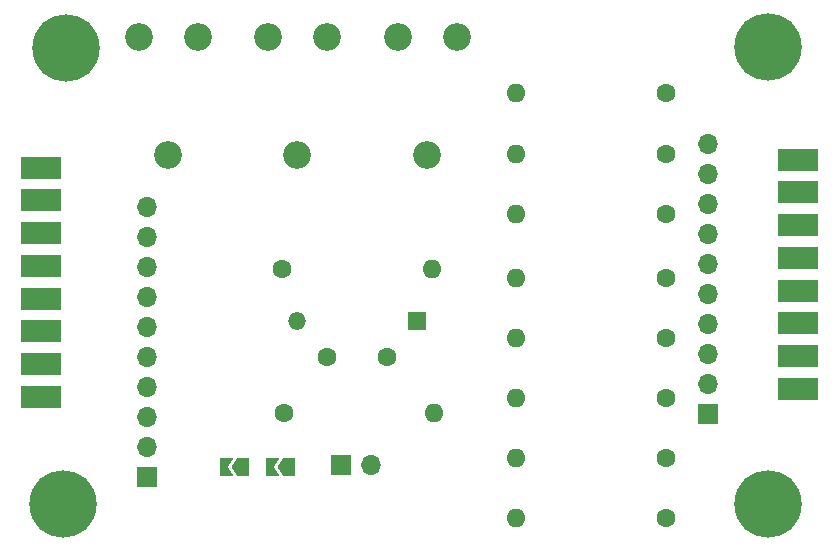
<source format=gbr>
%TF.GenerationSoftware,KiCad,Pcbnew,7.0.8*%
%TF.CreationDate,2026-01-30T16:34:38+01:00*%
%TF.ProjectId,taxanRGB,74617861-6e52-4474-922e-6b696361645f,rev?*%
%TF.SameCoordinates,Original*%
%TF.FileFunction,Soldermask,Top*%
%TF.FilePolarity,Negative*%
%FSLAX46Y46*%
G04 Gerber Fmt 4.6, Leading zero omitted, Abs format (unit mm)*
G04 Created by KiCad (PCBNEW 7.0.8) date 2026-01-30 16:34:38*
%MOMM*%
%LPD*%
G01*
G04 APERTURE LIST*
G04 Aperture macros list*
%AMFreePoly0*
4,1,6,1.000000,0.000000,0.500000,-0.750000,-0.500000,-0.750000,-0.500000,0.750000,0.500000,0.750000,1.000000,0.000000,1.000000,0.000000,$1*%
%AMFreePoly1*
4,1,6,0.500000,-0.750000,-0.650000,-0.750000,-0.150000,0.000000,-0.650000,0.750000,0.500000,0.750000,0.500000,-0.750000,0.500000,-0.750000,$1*%
G04 Aperture macros list end*
%ADD10C,2.340000*%
%ADD11R,3.480000X1.846667*%
%ADD12C,1.600000*%
%ADD13O,1.600000X1.600000*%
%ADD14C,5.700000*%
%ADD15R,1.500000X1.500000*%
%ADD16O,1.500000X1.500000*%
%ADD17FreePoly0,180.000000*%
%ADD18FreePoly1,180.000000*%
%ADD19R,1.700000X1.700000*%
%ADD20O,1.700000X1.700000*%
G04 APERTURE END LIST*
D10*
%TO.C,AB1*%
X65151000Y-22686000D03*
X67651000Y-32686000D03*
X70151000Y-22686000D03*
%TD*%
%TO.C,AG1*%
X54182000Y-22686000D03*
X56682000Y-32686000D03*
X59182000Y-22686000D03*
%TD*%
%TO.C,AR1*%
X43260000Y-22686000D03*
X45760000Y-32686000D03*
X48260000Y-22686000D03*
%TD*%
D11*
%TO.C,J2*%
X34925000Y-53131805D03*
X34925000Y-50361805D03*
X34925000Y-47591805D03*
X34925000Y-44821805D03*
X34925000Y-42051805D03*
X34925000Y-39281805D03*
X34925000Y-36511805D03*
X34925000Y-33741805D03*
%TD*%
D12*
%TO.C,C1*%
X64222000Y-49784000D03*
X59222000Y-49784000D03*
%TD*%
%TO.C,R1*%
X55372000Y-42291000D03*
D13*
X68072000Y-42291000D03*
%TD*%
D12*
%TO.C,R6*%
X87884000Y-43053000D03*
D13*
X75184000Y-43053000D03*
%TD*%
D14*
%TO.C,REF\u002A\u002A*%
X96520000Y-23495000D03*
%TD*%
%TO.C,REF\u002A\u002A*%
X96520000Y-62230000D03*
%TD*%
D15*
%TO.C,D1*%
X66802000Y-46736000D03*
D16*
X56642000Y-46736000D03*
%TD*%
D17*
%TO.C,JP2*%
X52070000Y-59055000D03*
D18*
X50620000Y-59055000D03*
%TD*%
D11*
%TO.C,J1*%
X99060000Y-33056000D03*
X99060000Y-35826000D03*
X99060000Y-38596000D03*
X99060000Y-41366000D03*
X99060000Y-44136000D03*
X99060000Y-46906000D03*
X99060000Y-49676000D03*
X99060000Y-52446000D03*
%TD*%
D12*
%TO.C,R3*%
X87884000Y-58293000D03*
D13*
X75184000Y-58293000D03*
%TD*%
D12*
%TO.C,R5*%
X87884000Y-37639805D03*
D13*
X75184000Y-37639805D03*
%TD*%
D12*
%TO.C,R10*%
X55499000Y-54483000D03*
D13*
X68199000Y-54483000D03*
%TD*%
D19*
%TO.C,J5*%
X60325000Y-58928000D03*
D20*
X62865000Y-58928000D03*
%TD*%
D12*
%TO.C,R7*%
X87884000Y-27432000D03*
D13*
X75184000Y-27432000D03*
%TD*%
D14*
%TO.C,REF\u002A\u002A*%
X37084000Y-23622000D03*
%TD*%
D19*
%TO.C,J3*%
X43942000Y-59944000D03*
D20*
X43942000Y-57404000D03*
X43942000Y-54864000D03*
X43942000Y-52324000D03*
X43942000Y-49784000D03*
X43942000Y-47244000D03*
X43942000Y-44704000D03*
X43942000Y-42164000D03*
X43942000Y-39624000D03*
X43942000Y-37084000D03*
%TD*%
D12*
%TO.C,R4*%
X87884000Y-32559805D03*
D13*
X75184000Y-32559805D03*
%TD*%
D17*
%TO.C,JP1*%
X55970000Y-59055000D03*
D18*
X54520000Y-59055000D03*
%TD*%
D12*
%TO.C,R9*%
X87884000Y-48133000D03*
D13*
X75184000Y-48133000D03*
%TD*%
D19*
%TO.C,J4*%
X91440000Y-54610000D03*
D20*
X91440000Y-52070000D03*
X91440000Y-49530000D03*
X91440000Y-46990000D03*
X91440000Y-44450000D03*
X91440000Y-41910000D03*
X91440000Y-39370000D03*
X91440000Y-36830000D03*
X91440000Y-34290000D03*
X91440000Y-31750000D03*
%TD*%
D12*
%TO.C,R2*%
X87884000Y-63373000D03*
D13*
X75184000Y-63373000D03*
%TD*%
D12*
%TO.C,R8*%
X87884000Y-53213000D03*
D13*
X75184000Y-53213000D03*
%TD*%
D14*
%TO.C,REF\u002A\u002A*%
X36830000Y-62230000D03*
%TD*%
M02*

</source>
